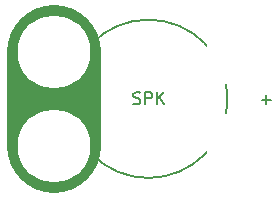
<source format=gto>
%TF.GenerationSoftware,KiCad,Pcbnew,4.0.5-e0-6337~49~ubuntu16.04.1*%
%TF.CreationDate,2017-05-27T16:45:04-07:00*%
%TF.ProjectId,2x3-Speaker-TH-5mm-Pitch,3278332D537065616B65722D54482D35,v1.1*%
%TF.FileFunction,Legend,Top*%
%FSLAX46Y46*%
G04 Gerber Fmt 4.6, Leading zero omitted, Abs format (unit mm)*
G04 Created by KiCad (PCBNEW 4.0.5-e0-6337~49~ubuntu16.04.1) date Sat May 27 16:45:04 2017*
%MOMM*%
%LPD*%
G01*
G04 APERTURE LIST*
%ADD10C,0.350000*%
%ADD11C,0.152400*%
%ADD12C,8.000000*%
%ADD13C,0.150000*%
%ADD14C,2.152400*%
%ADD15C,6.152400*%
G04 APERTURE END LIST*
D10*
D11*
X31601955Y-41213798D02*
X31747098Y-41262179D01*
X31989002Y-41262179D01*
X32085764Y-41213798D01*
X32134145Y-41165417D01*
X32182526Y-41068655D01*
X32182526Y-40971893D01*
X32134145Y-40875131D01*
X32085764Y-40826750D01*
X31989002Y-40778370D01*
X31795479Y-40729989D01*
X31698717Y-40681608D01*
X31650336Y-40633227D01*
X31601955Y-40536465D01*
X31601955Y-40439703D01*
X31650336Y-40342941D01*
X31698717Y-40294560D01*
X31795479Y-40246179D01*
X32037383Y-40246179D01*
X32182526Y-40294560D01*
X32617955Y-41262179D02*
X32617955Y-40246179D01*
X33005002Y-40246179D01*
X33101764Y-40294560D01*
X33150145Y-40342941D01*
X33198526Y-40439703D01*
X33198526Y-40584846D01*
X33150145Y-40681608D01*
X33101764Y-40729989D01*
X33005002Y-40778370D01*
X32617955Y-40778370D01*
X33633955Y-41262179D02*
X33633955Y-40246179D01*
X34214526Y-41262179D02*
X33779098Y-40681608D01*
X34214526Y-40246179D02*
X33633955Y-40826750D01*
D12*
X24868600Y-36805600D02*
X24868600Y-44805600D01*
D13*
X39568600Y-40805600D02*
G75*
G03X39568600Y-40805600I-6700000J0D01*
G01*
X22487648Y-40877029D02*
X23249553Y-40877029D01*
X42487648Y-40877029D02*
X43249553Y-40877029D01*
X42868601Y-41257981D02*
X42868601Y-40496076D01*
%LPC*%
D14*
X30368600Y-40805600D03*
X35368600Y-40805600D03*
D15*
X24868600Y-44805600D03*
X40868600Y-44805600D03*
X40868600Y-36805600D03*
X24868600Y-36805600D03*
M02*

</source>
